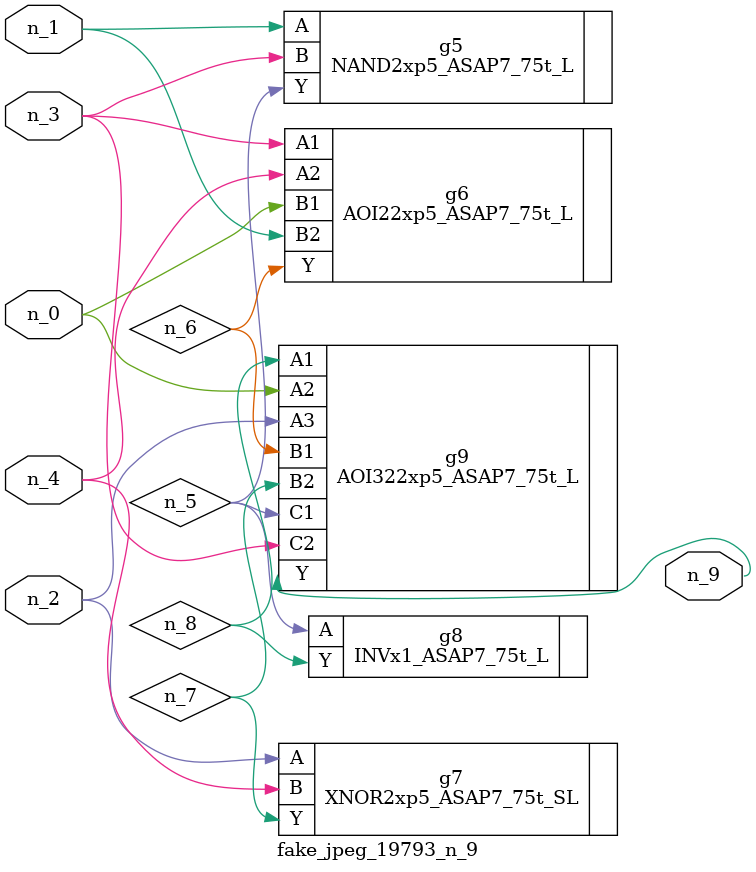
<source format=v>
module fake_jpeg_19793_n_9 (n_3, n_2, n_1, n_0, n_4, n_9);

input n_3;
input n_2;
input n_1;
input n_0;
input n_4;

output n_9;

wire n_8;
wire n_6;
wire n_5;
wire n_7;

NAND2xp5_ASAP7_75t_L g5 ( 
.A(n_1),
.B(n_3),
.Y(n_5)
);

AOI22xp5_ASAP7_75t_L g6 ( 
.A1(n_3),
.A2(n_4),
.B1(n_0),
.B2(n_1),
.Y(n_6)
);

XNOR2xp5_ASAP7_75t_SL g7 ( 
.A(n_2),
.B(n_4),
.Y(n_7)
);

INVx1_ASAP7_75t_L g8 ( 
.A(n_5),
.Y(n_8)
);

AOI322xp5_ASAP7_75t_L g9 ( 
.A1(n_8),
.A2(n_0),
.A3(n_2),
.B1(n_6),
.B2(n_7),
.C1(n_5),
.C2(n_3),
.Y(n_9)
);


endmodule
</source>
